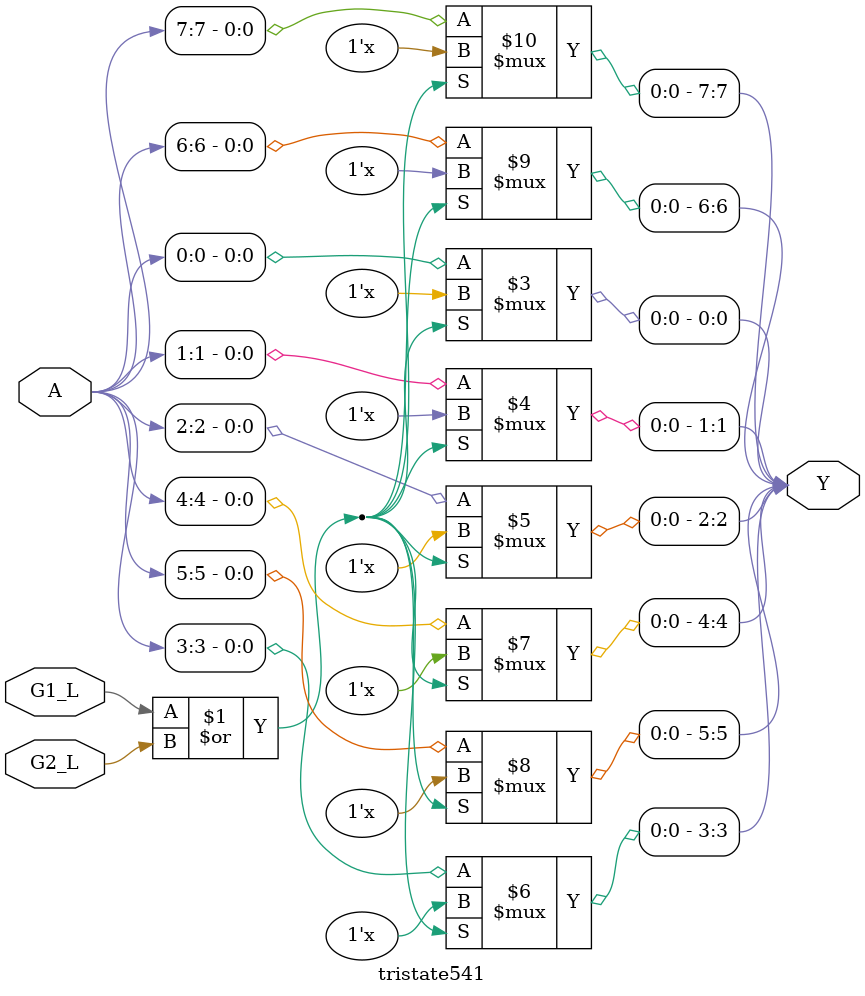
<source format=v>
module tristate541(Y, A, G1_L, G2_L);
    parameter SIZE = 8;

    output [SIZE-1:0] Y;
    input [SIZE-1:0] A;
    input G1_L,G2_L;

    wire GL;
    
    nor n1(GL, G1_L, G2_L);

    genvar k;
    generate for( k = 0; k < SIZE; k = k+1)
    begin: LOOP
        bufif1 g1(  Y[k], A[k], GL);
    end
    endgenerate
endmodule

</source>
